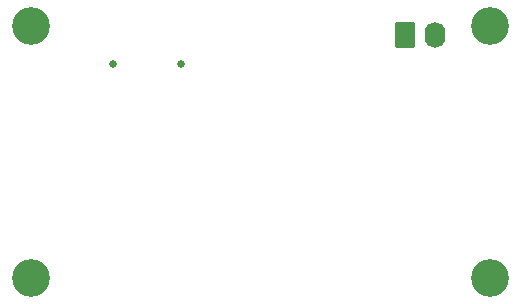
<source format=gbr>
%TF.GenerationSoftware,KiCad,Pcbnew,(7.0.0)*%
%TF.CreationDate,2023-03-22T16:00:15+00:00*%
%TF.ProjectId,CSAD2,43534144-322e-46b6-9963-61645f706362,0.2*%
%TF.SameCoordinates,Original*%
%TF.FileFunction,Soldermask,Bot*%
%TF.FilePolarity,Negative*%
%FSLAX46Y46*%
G04 Gerber Fmt 4.6, Leading zero omitted, Abs format (unit mm)*
G04 Created by KiCad (PCBNEW (7.0.0)) date 2023-03-22 16:00:15*
%MOMM*%
%LPD*%
G01*
G04 APERTURE LIST*
G04 Aperture macros list*
%AMRoundRect*
0 Rectangle with rounded corners*
0 $1 Rounding radius*
0 $2 $3 $4 $5 $6 $7 $8 $9 X,Y pos of 4 corners*
0 Add a 4 corners polygon primitive as box body*
4,1,4,$2,$3,$4,$5,$6,$7,$8,$9,$2,$3,0*
0 Add four circle primitives for the rounded corners*
1,1,$1+$1,$2,$3*
1,1,$1+$1,$4,$5*
1,1,$1+$1,$6,$7*
1,1,$1+$1,$8,$9*
0 Add four rect primitives between the rounded corners*
20,1,$1+$1,$2,$3,$4,$5,0*
20,1,$1+$1,$4,$5,$6,$7,0*
20,1,$1+$1,$6,$7,$8,$9,0*
20,1,$1+$1,$8,$9,$2,$3,0*%
G04 Aperture macros list end*
%ADD10C,3.200000*%
%ADD11RoundRect,0.250000X-0.620000X-0.845000X0.620000X-0.845000X0.620000X0.845000X-0.620000X0.845000X0*%
%ADD12O,1.740000X2.190000*%
%ADD13C,0.650000*%
G04 APERTURE END LIST*
D10*
%TO.C,H2*%
X159900000Y-81100000D03*
%TD*%
%TO.C,H1*%
X121100000Y-81100000D03*
%TD*%
D11*
%TO.C,J1*%
X152700000Y-81800000D03*
D12*
X155239999Y-81799999D03*
%TD*%
D10*
%TO.C,H4*%
X159900000Y-102400000D03*
%TD*%
%TO.C,H3*%
X121100000Y-102400000D03*
%TD*%
D13*
%TO.C,J2*%
X133790000Y-84315000D03*
X128010000Y-84315000D03*
%TD*%
M02*

</source>
